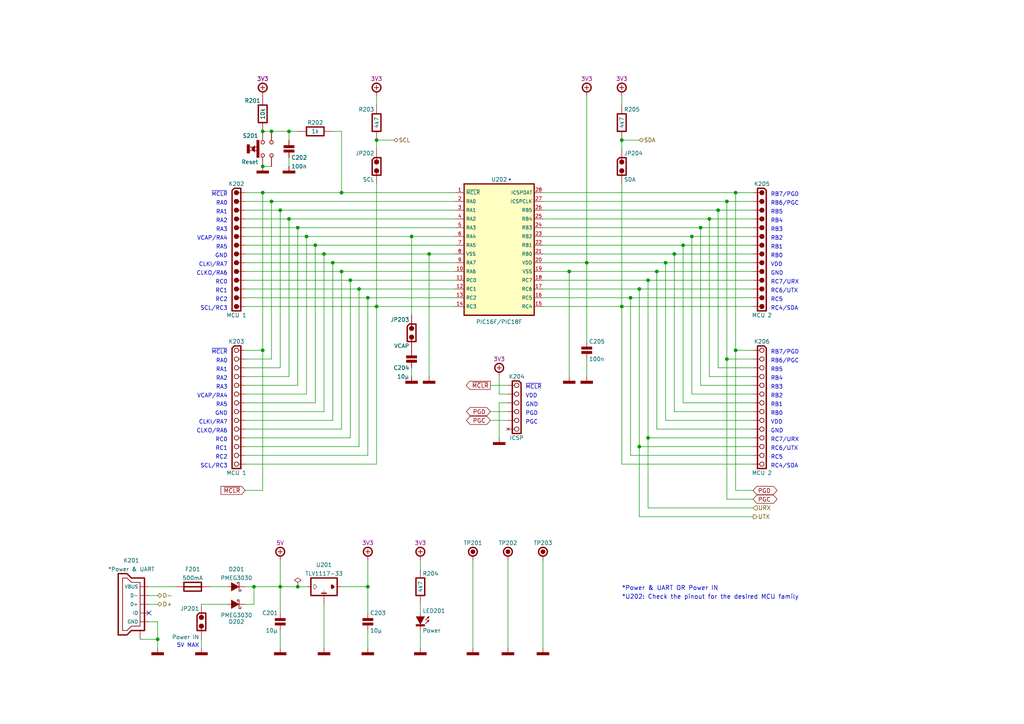
<source format=kicad_sch>
(kicad_sch (version 20250114) (generator "eeschema") (generator_version "9.0")
  (paper "A4")
  (title_block (title "Power & MCU") (date "01/2022") (rev "A") (comment 1 "PIC8-Bit Mini Trainer"))
  (lib_symbols
    (symbol "tronixio:+3V3" (power) (pin_numbers (hide yes)) (pin_names (offset 0) (hide yes))
      (property "Description" "3V3" (at 0 5.08 0))
      (symbol "+3V3_1_1"
        (pin power_in line (at 0 0 90) (length 1.27) (name "~") (number "1"))
      )
    )
    (symbol "tronixio:+5V" (power) (pin_numbers (hide yes)) (pin_names (offset 0) (hide yes))
      (property "Description" "5V" (at 0 5.08 0))
      (symbol "+5V_1_1"
        (pin power_in line (at 0 0 90) (length 1.27) (name "~") (number "1"))
      )
    )
    (symbol "tronixio:ALPS-SKRPAC" (pin_numbers (hide yes)) (pin_names (offset 0) (hide yes))
      (property "Reference" "S" (at 0 6.35 0))
      (property "Value" "SKRPAC" (at 0 -5.08 0))
      (symbol "ALPS-SKRPAC_0_1"
        (pin passive line (at -5.08 0 0) (length 2.54) (name "1") (number "1"))
        (pin passive line (at -5.08 -2.54 0) (length 2.54) (name "2") (number "2"))
        (pin passive line (at 5.08 0 180) (length 2.54) (name "3") (number "3"))
        (pin passive line (at 5.08 -2.54 180) (length 2.54) (name "4") (number "4"))
      )
    )
    (symbol "tronixio:BOURNS-FUSE-MF-NSMF050" (pin_numbers (hide yes)) (pin_names (offset 0) (hide yes))
      (property "Reference" "F" (at 0 2.54 0))
      (property "Value" "500mA" (at 0 -2.54 0))
      (symbol "BOURNS-FUSE-MF-NSMF050_1_1"
        (pin passive line (at -5.08 0 0) (length 2.54) (name "~") (number "1"))
        (pin passive line (at 5.08 0 180) (length 2.54) (name "~") (number "2"))
      )
    )
    (symbol "tronixio:CAPACITOR-1206-100N-50V-5P-X7R" (pin_numbers (hide yes)) (pin_names (offset 0) (hide yes))
      (property "Reference" "C" (at 0.635 2.54 0))
      (property "Value" "100n" (at 0.635 -2.54 0))
      (symbol "CAPACITOR-1206-100N-50V-5P-X7R_1_1"
        (pin passive line (at 0 2.54 270) (length 1.905) (name "~") (number "1"))
        (pin passive line (at 0 -2.54 90) (length 1.905) (name "~") (number "2"))
      )
    )
    (symbol "tronixio:CAPACITOR-1206-10U-25V-5P-X7R" (pin_numbers (hide yes)) (pin_names (offset 0) (hide yes))
      (property "Reference" "C" (at 0.635 2.54 0))
      (property "Value" "10µ" (at 0.635 -2.54 0))
      (symbol "CAPACITOR-1206-10U-25V-5P-X7R_1_1"
        (pin passive line (at 0 2.54 270) (length 1.905) (name "~") (number "1"))
        (pin passive line (at 0 -2.54 90) (length 1.905) (name "~") (number "2"))
      )
    )
    (symbol "tronixio:FCI-USB-TYPE-B-MICRO-TH" (pin_numbers (hide yes)) (pin_names (offset 0.5))
      (property "Reference" "K?" (at 0 12.7 0))
      (property "Value" "USB-MICRO" (at 0 10.16 0))
      (symbol "FCI-USB-TYPE-B-MICRO-TH_1_1"
        (pin passive line (at 2.54 -10.16 90) (length 2.54) (name "SHIELD") (number "SH"))
        (pin power_out line (at 5.08 5.08 180) (length 2.54) (name "VBUS") (number "1"))
        (pin bidirectional line (at 5.08 2.54 180) (length 2.54) (name "D-") (number "2"))
        (pin bidirectional line (at 5.08 0 180) (length 2.54) (name "D+") (number "3"))
        (pin passive line (at 5.08 -2.54 180) (length 2.54) (name "ID") (number "4"))
        (pin power_out line (at 5.08 -5.08 180) (length 2.54) (name "GND") (number "5"))
      )
    )
    (symbol "tronixio:GND" (power) (pin_numbers (hide yes)) (pin_names (offset 0) (hide yes))
      (symbol "GND_1_1"
        (pin power_in line (at 0 0 270) (length 1.27) (name "~") (number "1"))
      )
    )
    (symbol "tronixio:HARWIN-254-F-1X14-VERTICAL" (pin_numbers (hide yes)) (pin_names (offset 0) (hide yes))
      (property "Reference" "K" (at 0 2.54 0))
      (property "Value" "SYMBOL-HEADER-F-1X14" (at 0 -35.56 0))
      (symbol "HARWIN-254-F-1X14-VERTICAL_1_1"
        (pin passive line (at -2.54 0 0) (length 1.905) (name "Pin_1") (number "1"))
        (pin passive line (at -2.54 -2.54 0) (length 1.905) (name "Pin_2") (number "2"))
        (pin passive line (at -2.54 -5.08 0) (length 1.905) (name "Pin_3") (number "3"))
        (pin passive line (at -2.54 -7.62 0) (length 1.905) (name "Pin_4") (number "4"))
        (pin passive line (at -2.54 -10.16 0) (length 1.905) (name "Pin_5") (number "5"))
        (pin passive line (at -2.54 -12.7 0) (length 1.905) (name "Pin_6") (number "6"))
        (pin passive line (at -2.54 -15.24 0) (length 1.905) (name "Pin_7") (number "7"))
        (pin passive line (at -2.54 -17.78 0) (length 1.905) (name "Pin_8") (number "8"))
        (pin passive line (at -2.54 -20.32 0) (length 1.905) (name "Pin_9") (number "9"))
        (pin passive line (at -2.54 -22.86 0) (length 1.905) (name "Pin_10") (number "10"))
        (pin passive line (at -2.54 -25.4 0) (length 1.905) (name "Pin_11") (number "11"))
        (pin passive line (at -2.54 -27.94 0) (length 1.905) (name "Pin_12") (number "12"))
        (pin passive line (at -2.54 -30.48 0) (length 1.905) (name "Pin_13") (number "13"))
        (pin passive line (at -2.54 -33.02 0) (length 1.905) (name "Pin_14") (number "14"))
      )
    )
    (symbol "tronixio:HARWIN-254-M-1X02-JUMPER-VERTICAL" (pin_numbers (hide yes)) (pin_names (offset 0) (hide yes))
      (property "Reference" "JP" (at 2.54 1.27 0))
      (property "Value" "SYMBOL-HEADER-M-1X02" (at 2.54 -1.27 0))
      (symbol "HARWIN-254-M-1X02-JUMPER-VERTICAL_1_1"
        (pin passive line (at 0 5.08 270) (length 3.175) (name "~") (number "1"))
        (pin passive line (at 0 -5.08 90) (length 3.175) (name "~") (number "2"))
      )
    )
    (symbol "tronixio:HARWIN-254-M-1X14-VERTICAL" (pin_numbers (hide yes)) (pin_names (offset 0) (hide yes))
      (property "Reference" "K" (at 0 2.54 0))
      (property "Value" "SYMBOL-HEADER-M-1X14" (at 0 -35.56 0))
      (symbol "HARWIN-254-M-1X14-VERTICAL_1_1"
        (pin passive line (at -2.54 0 0) (length 1.905) (name "Pin_1") (number "1"))
        (pin passive line (at -2.54 -2.54 0) (length 1.905) (name "Pin_2") (number "2"))
        (pin passive line (at -2.54 -5.08 0) (length 1.905) (name "Pin_3") (number "3"))
        (pin passive line (at -2.54 -7.62 0) (length 1.905) (name "Pin_4") (number "4"))
        (pin passive line (at -2.54 -10.16 0) (length 1.905) (name "Pin_5") (number "5"))
        (pin passive line (at -2.54 -12.7 0) (length 1.905) (name "Pin_6") (number "6"))
        (pin passive line (at -2.54 -15.24 0) (length 1.905) (name "Pin_7") (number "7"))
        (pin passive line (at -2.54 -17.78 0) (length 1.905) (name "Pin_8") (number "8"))
        (pin passive line (at -2.54 -20.32 0) (length 1.905) (name "Pin_9") (number "9"))
        (pin passive line (at -2.54 -22.86 0) (length 1.905) (name "Pin_10") (number "10"))
        (pin passive line (at -2.54 -25.4 0) (length 1.905) (name "Pin_11") (number "11"))
        (pin passive line (at -2.54 -27.94 0) (length 1.905) (name "Pin_12") (number "12"))
        (pin passive line (at -2.54 -30.48 0) (length 1.905) (name "Pin_13") (number "13"))
        (pin passive line (at -2.54 -33.02 0) (length 1.905) (name "Pin_14") (number "14"))
      )
    )
    (symbol "tronixio:KEYSTONE-2000-3" (pin_numbers (hide yes)) (pin_names (offset 0) (hide yes))
      (property "Reference" "TP" (at 0 5.08 0))
      (symbol "KEYSTONE-2000-3_1_1"
        (pin passive line (at 0 0 90) (length 1.27) (name "~") (number "1"))
      )
    )
    (symbol "tronixio:KEYSTONE-5006" (pin_numbers (hide yes)) (pin_names (offset 0) (hide yes))
      (property "Reference" "TP" (at 0 5.08 0))
      (symbol "KEYSTONE-5006_1_1"
        (pin passive line (at 0 0 90) (length 1.27) (name "~") (number "1"))
      )
    )
    (symbol "tronixio:KINGBRIGHT-LED-1206-BLUE" (pin_numbers (hide yes)) (pin_names (offset 0) (hide yes))
      (property "Reference" "LED" (at 0 3.81 0))
      (property "Value" "BLUE" (at 0 -2.54 0))
      (symbol "KINGBRIGHT-LED-1206-BLUE_1_1"
        (pin passive line (at -2.54 0 0) (length 1.27) (name "C") (number "1"))
        (pin passive line (at 2.54 0 180) (length 1.27) (name "A") (number "2"))
      )
    )
    (symbol "tronixio:MICROCHIP-ICSP-F-RIGHT-ANGLE-TH" (pin_numbers (hide yes)) (pin_names (offset 0) (hide yes))
      (property "Reference" "K" (at 0 2.54 0))
      (property "Value" "ICSP" (at 0 -15.24 0))
      (symbol "MICROCHIP-ICSP-F-RIGHT-ANGLE-TH_1_1"
        (pin passive line (at -2.54 0 0) (length 1.905) (name "~{MCLR}") (number "6"))
        (pin power_in line (at -2.54 -2.54 0) (length 1.905) (name "VCC") (number "5"))
        (pin power_in line (at -2.54 -5.08 0) (length 1.905) (name "GND") (number "4"))
        (pin bidirectional line (at -2.54 -7.62 0) (length 1.905) (name "PGD") (number "3"))
        (pin output line (at -2.54 -10.16 0) (length 1.905) (name "PGC") (number "2"))
        (pin no_connect line (at -2.54 -12.7 0) (length 1.905) (name "~") (number "1"))
      )
    )
    (symbol "tronixio:MICROCHIP-PIC16F1778-ISP" (pin_names (offset 0.5))
      (property "Reference" "U" (at 2.54 3.81 0))
      (property "Value" "PIC16F1778-ISP" (at 27.94 3.81 0))
      (symbol "MICROCHIP-PIC16F1778-ISP_1_1"
        (pin input line (at 0 0 0) (length 2.54) (name "~{MCLR}") (number "1"))
        (pin bidirectional line (at 0 -2.54 0) (length 2.54) (name "RA0") (number "2"))
        (pin bidirectional line (at 0 -5.08 0) (length 2.54) (name "RA1") (number "3"))
        (pin bidirectional line (at 0 -7.62 0) (length 2.54) (name "RA2") (number "4"))
        (pin bidirectional line (at 0 -10.16 0) (length 2.54) (name "RA3") (number "5"))
        (pin bidirectional line (at 0 -12.7 0) (length 2.54) (name "RA4") (number "6"))
        (pin bidirectional line (at 0 -15.24 0) (length 2.54) (name "RA5") (number "7"))
        (pin power_in line (at 0 -17.78 0) (length 2.54) (name "VSS") (number "8"))
        (pin bidirectional line (at 0 -20.32 0) (length 2.54) (name "RA7") (number "9"))
        (pin bidirectional line (at 0 -22.86 0) (length 2.54) (name "RA6") (number "10"))
        (pin bidirectional line (at 0 -25.4 0) (length 2.54) (name "RC0") (number "11"))
        (pin bidirectional line (at 0 -27.94 0) (length 2.54) (name "RC1") (number "12"))
        (pin bidirectional line (at 0 -30.48 0) (length 2.54) (name "RC2") (number "13"))
        (pin bidirectional line (at 0 -33.02 0) (length 2.54) (name "RC3") (number "14"))
        (pin bidirectional line (at 25.4 0 180) (length 2.54) (name "ICSPDAT") (number "28"))
        (pin input line (at 25.4 -2.54 180) (length 2.54) (name "ICSPCLK") (number "27"))
        (pin bidirectional line (at 25.4 -5.08 180) (length 2.54) (name "RB5") (number "26"))
        (pin bidirectional line (at 25.4 -7.62 180) (length 2.54) (name "RB4") (number "25"))
        (pin bidirectional line (at 25.4 -10.16 180) (length 2.54) (name "RB3") (number "24"))
        (pin bidirectional line (at 25.4 -12.7 180) (length 2.54) (name "RB2") (number "23"))
        (pin bidirectional line (at 25.4 -15.24 180) (length 2.54) (name "RB1") (number "22"))
        (pin bidirectional line (at 25.4 -17.78 180) (length 2.54) (name "RB0") (number "21"))
        (pin power_in line (at 25.4 -20.32 180) (length 2.54) (name "VDD") (number "20"))
        (pin power_in line (at 25.4 -22.86 180) (length 2.54) (name "VSS") (number "19"))
        (pin bidirectional line (at 25.4 -25.4 180) (length 2.54) (name "RC7") (number "18"))
        (pin bidirectional line (at 25.4 -27.94 180) (length 2.54) (name "RC6") (number "17"))
        (pin bidirectional line (at 25.4 -30.48 180) (length 2.54) (name "RC5") (number "16"))
        (pin bidirectional line (at 25.4 -33.02 180) (length 2.54) (name "RC4") (number "15"))
      )
    )
    (symbol "tronixio:NEXPERIA-PMEG3030-SOD" (pin_numbers (hide yes)) (pin_names (offset 0) (hide yes))
      (property "Reference" "D" (at 0 2.54 0))
      (property "Value" "PMEG3030" (at 0 -2.54 0))
      (symbol "NEXPERIA-PMEG3030-SOD_1_1"
        (pin passive line (at -2.54 0 0) (length 1.905) (name "C") (number "1"))
        (pin passive line (at 2.54 0 180) (length 1.27) (name "A") (number "2"))
      )
    )
    (symbol "tronixio:POWER-FLAG" (power) (pin_numbers (hide yes)) (pin_names (offset 0) (hide yes))
      (symbol "POWER-FLAG_0_0"
        (pin power_out line (at 0 0 90) (length 0) (name "pwr") (number "1"))
      )
    )
    (symbol "tronixio:RESISTOR-1206-10K-5P" (pin_numbers (hide yes)) (pin_names (offset 0) (hide yes))
      (property "Reference" "R" (at 0.635 3.81 0))
      (property "Value" "10k" (at 0 0 90))
      (symbol "RESISTOR-1206-10K-5P_1_1"
        (pin passive line (at 0 5.08 270) (length 2.54) (name "~") (number "1"))
        (pin passive line (at 0 -5.08 90) (length 2.54) (name "~") (number "2"))
      )
    )
    (symbol "tronixio:RESISTOR-1206-1K-5P" (pin_numbers (hide yes)) (pin_names (offset 0) (hide yes))
      (property "Reference" "R" (at 0.635 3.81 0))
      (property "Value" "1k" (at 0 0 90))
      (symbol "RESISTOR-1206-1K-5P_1_1"
        (pin passive line (at 0 5.08 270) (length 2.54) (name "~") (number "1"))
        (pin passive line (at 0 -5.08 90) (length 2.54) (name "~") (number "2"))
      )
    )
    (symbol "tronixio:RESISTOR-1206-4K7-5P" (pin_numbers (hide yes)) (pin_names (offset 0) (hide yes))
      (property "Reference" "R" (at 0.635 3.81 0))
      (property "Value" "4k7" (at 0 0 90))
      (symbol "RESISTOR-1206-4K7-5P_1_1"
        (pin passive line (at 0 5.08 270) (length 2.54) (name "~") (number "1"))
        (pin passive line (at 0 -5.08 90) (length 2.54) (name "~") (number "2"))
      )
    )
    (symbol "tronixio:TI-TLV1117-33-SOT-223" (pin_numbers (hide yes)) (pin_names (offset 0) (hide yes))
      (property "Reference" "U" (at 0 6.35 0))
      (property "Value" "TLV1117-33" (at 0 3.81 0))
      (symbol "TI-TLV1117-33-SOT-223_1_1"
        (pin power_in line (at -5.08 0 0) (length 1.27) (name "VIN") (number "3"))
        (pin power_in line (at 0 -5.08 90) (length 2.54) (name "GND") (number "1"))
        (pin power_out line (at 5.08 0 180) (length 1.27) (name "VOUT") (number "2"))
      )
    )
  )
  (text "RC6/UTX" (at 223.52 85.09 0) (effects (font (size 1.15 1.15)) (justify left bottom)))
  (text "*U202: Check the pinout for the desired MCU family" (at 180.34 173.99 0) (effects (font (size 1.27 1.27)) (justify left bottom)))
  (text "GND" (at 66.04 120.65 0) (effects (font (size 1.15 1.15)) (justify right bottom)))
  (text "RB3" (at 223.52 113.03 0) (effects (font (size 1.15 1.15)) (justify left bottom)))
  (text "~{MCLR}" (at 66.04 102.87 0) (effects (font (size 1.15 1.15)) (justify right bottom)))
  (text "VCAP/RA4" (at 66.04 69.85 0) (effects (font (size 1.15 1.15)) (justify right bottom)))
  (text "*Power & UART OR Power IN" (at 180.34 171.45 0) (effects (font (size 1.27 1.27)) (justify left bottom)))
  (text "CLKI/RA7" (at 66.04 77.47 0) (effects (font (size 1.15 1.15)) (justify right bottom)))
  (text "RC5" (at 223.52 133.35 0) (effects (font (size 1.15 1.15)) (justify left bottom)))
  (text "RB6/PGC" (at 223.52 105.41 0) (effects (font (size 1.15 1.15)) (justify left bottom)))
  (text "CLKI/RA7" (at 66.04 123.19 0) (effects (font (size 1.15 1.15)) (justify right bottom)))
  (text "RA2" (at 66.04 110.49 0) (effects (font (size 1.15 1.15)) (justify right bottom)))
  (text "VDD" (at 223.52 77.47 0) (effects (font (size 1.15 1.15)) (justify left bottom)))
  (text "PGC" (at 152.4 123.19 0) (effects (font (size 1.15 1.15)) (justify left bottom)))
  (text "RA3" (at 66.04 67.31 0) (effects (font (size 1.15 1.15)) (justify right bottom)))
  (text "RC0" (at 66.04 128.27 0) (effects (font (size 1.15 1.15)) (justify right bottom)))
  (text "RA0" (at 66.04 59.69 0) (effects (font (size 1.15 1.15)) (justify right bottom)))
  (text "RA2" (at 66.04 64.77 0) (effects (font (size 1.15 1.15)) (justify right bottom)))
  (text "RC1" (at 66.04 130.81 0) (effects (font (size 1.15 1.15)) (justify right bottom)))
  (text "RB6/PGC" (at 223.52 59.69 0) (effects (font (size 1.15 1.15)) (justify left bottom)))
  (text "RB7/PGD" (at 223.52 102.87 0) (effects (font (size 1.15 1.15)) (justify left bottom)))
  (text "RB5" (at 223.52 62.23 0) (effects (font (size 1.15 1.15)) (justify left bottom)))
  (text "RB2" (at 223.52 115.57 0) (effects (font (size 1.15 1.15)) (justify left bottom)))
  (text "RB7/PGD" (at 223.52 57.15 0) (effects (font (size 1.15 1.15)) (justify left bottom)))
  (text "RB5" (at 223.52 107.95 0) (effects (font (size 1.15 1.15)) (justify left bottom)))
  (text "~{MCLR}" (at 66.04 57.15 0) (effects (font (size 1.15 1.15)) (justify right bottom)))
  (text "RA5" (at 66.04 118.11 0) (effects (font (size 1.15 1.15)) (justify right bottom)))
  (text "~{MCLR}" (at 152.4 113.03 0) (effects (font (size 1.15 1.15)) (justify left bottom)))
  (text "RB1" (at 223.52 118.11 0) (effects (font (size 1.15 1.15)) (justify left bottom)))
  (text "RA1" (at 66.04 107.95 0) (effects (font (size 1.15 1.15)) (justify right bottom)))
  (text "GND" (at 152.4 118.11 0) (effects (font (size 1.15 1.15)) (justify left bottom)))
  (text "CLKO/RA6" (at 66.04 80.01 0) (effects (font (size 1.15 1.15)) (justify right bottom)))
  (text "SCL/RC3" (at 66.04 135.89 0) (effects (font (size 1.15 1.15)) (justify right bottom)))
  (text "GND" (at 223.52 80.01 0) (effects (font (size 1.15 1.15)) (justify left bottom)))
  (text "VCAP/RA4" (at 66.04 115.57 0) (effects (font (size 1.15 1.15)) (justify right bottom)))
  (text "VDD" (at 152.4 115.57 0) (effects (font (size 1.15 1.15)) (justify left bottom)))
  (text "CLKO/RA6" (at 66.04 125.73 0) (effects (font (size 1.15 1.15)) (justify right bottom)))
  (text "PGD" (at 152.4 120.65 0) (effects (font (size 1.15 1.15)) (justify left bottom)))
  (text "RB4" (at 223.52 64.77 0) (effects (font (size 1.15 1.15)) (justify left bottom)))
  (text "RA3" (at 66.04 113.03 0) (effects (font (size 1.15 1.15)) (justify right bottom)))
  (text "RA0" (at 66.04 105.41 0) (effects (font (size 1.15 1.15)) (justify right bottom)))
  (text "RB2" (at 223.52 69.85 0) (effects (font (size 1.15 1.15)) (justify left bottom)))
  (text "RA1" (at 66.04 62.23 0) (effects (font (size 1.15 1.15)) (justify right bottom)))
  (text "RB3" (at 223.52 67.31 0) (effects (font (size 1.15 1.15)) (justify left bottom)))
  (text "RC5" (at 223.52 87.63 0) (effects (font (size 1.15 1.15)) (justify left bottom)))
  (text "GND" (at 66.04 74.93 0) (effects (font (size 1.15 1.15)) (justify right bottom)))
  (text "RC7/URX" (at 223.52 128.27 0) (effects (font (size 1.15 1.15)) (justify left bottom)))
  (text "RA5" (at 66.04 72.39 0) (effects (font (size 1.15 1.15)) (justify right bottom)))
  (text "RB0" (at 223.52 120.65 0) (effects (font (size 1.15 1.15)) (justify left bottom)))
  (text "VDD" (at 223.52 123.19 0) (effects (font (size 1.15 1.15)) (justify left bottom)))
  (text "GND" (at 223.52 125.73 0) (effects (font (size 1.15 1.15)) (justify left bottom)))
  (text "RB0" (at 223.52 74.93 0) (effects (font (size 1.15 1.15)) (justify left bottom)))
  (text "5V MAX" (at 57.785 187.96 0) (effects (font (size 1.15 1.15)) (justify right bottom)))
  (text "RC4/SDA" (at 223.52 135.89 0) (effects (font (size 1.15 1.15)) (justify left bottom)))
  (text "RC7/URX" (at 223.52 82.55 0) (effects (font (size 1.15 1.15)) (justify left bottom)))
  (text "RC6/UTX" (at 223.52 130.81 0) (effects (font (size 1.15 1.15)) (justify left bottom)))
  (text "RB4" (at 223.52 110.49 0) (effects (font (size 1.15 1.15)) (justify left bottom)))
  (text "*" (at 147.32 53.34 0) (effects (font (size 1.15 1.15)) (justify left bottom)))
  (text "RC4/SDA" (at 223.52 90.17 0) (effects (font (size 1.15 1.15)) (justify left bottom)))
  (text "RC2" (at 66.04 133.35 0) (effects (font (size 1.15 1.15)) (justify right bottom)))
  (text "RC1" (at 66.04 85.09 0) (effects (font (size 1.15 1.15)) (justify right bottom)))
  (text "RC0" (at 66.04 82.55 0) (effects (font (size 1.15 1.15)) (justify right bottom)))
  (text "RC2" (at 66.04 87.63 0) (effects (font (size 1.15 1.15)) (justify right bottom)))
  (text "RB1" (at 223.52 72.39 0) (effects (font (size 1.15 1.15)) (justify left bottom)))
  (text "SCL/RC3" (at 66.04 90.17 0) (effects (font (size 1.15 1.15)) (justify right bottom)))
  (junction (at 187.96 81.28) (diameter 0.9144))
  (junction (at 106.68 86.36))
  (junction (at 208.28 60.96) (diameter 0.9144))
  (junction (at 78.74 38.1))
  (junction (at 76.2 38.1))
  (junction (at 99.06 55.88))
  (junction (at 200.66 68.58) (diameter 0.9144))
  (junction (at 187.96 127) (diameter 0.9144))
  (junction (at 213.36 101.6) (diameter 0.9144))
  (junction (at 198.12 71.12) (diameter 0.9144))
  (junction (at 93.98 73.66) (diameter 0.9144))
  (junction (at 180.34 88.9) (diameter 0.9144))
  (junction (at 73.66 170.18))
  (junction (at 83.82 38.1) (diameter 0.9144))
  (junction (at 76.2 48.26))
  (junction (at 86.36 66.04) (diameter 0.9144))
  (junction (at 106.68 170.18) (diameter 0.9144))
  (junction (at 193.04 76.2) (diameter 0.9144))
  (junction (at 210.82 58.42) (diameter 0.9144))
  (junction (at 104.14 83.82))
  (junction (at 78.74 58.42) (diameter 0.9144))
  (junction (at 91.44 71.12))
  (junction (at 45.72 185.42))
  (junction (at 81.28 170.18) (diameter 0.9144))
  (junction (at 180.34 40.64))
  (junction (at 165.1 78.74) (diameter 0.9144))
  (junction (at 96.52 76.2))
  (junction (at 190.5 78.74) (diameter 0.9144))
  (junction (at 185.42 129.54) (diameter 0.9144))
  (junction (at 213.36 55.88) (diameter 0.9144))
  (junction (at 205.74 63.5) (diameter 0.9144))
  (junction (at 119.38 68.58))
  (junction (at 101.6 81.28))
  (junction (at 86.36 170.18))
  (junction (at 99.06 78.74))
  (junction (at 76.2 55.88) (diameter 0.9144))
  (junction (at 170.18 76.2) (diameter 0.9144))
  (junction (at 83.82 63.5) (diameter 0.9144))
  (junction (at 81.28 60.96) (diameter 0.9144))
  (junction (at 76.2 101.6) (diameter 0.9144))
  (junction (at 185.42 83.82) (diameter 0.9144))
  (junction (at 124.46 73.66))
  (junction (at 109.22 88.9) (diameter 0.9144))
  (junction (at 109.22 40.64) (diameter 0.9144))
  (junction (at 203.2 66.04) (diameter 0.9144))
  (junction (at 195.58 73.66) (diameter 0.9144))
  (junction (at 88.9 68.58) (diameter 0.9144))
  (junction (at 210.82 104.14) (diameter 0.9144))
  (junction (at 182.88 86.36) (diameter 0.9144))
  (no_connect (at 43.18 177.8))
  (wire (pts (xy 157.48 63.5) (xy 205.74 63.5)))
  (wire (pts (xy 190.5 78.74) (xy 190.5 124.46)))
  (wire (pts (xy 142.24 111.76) (xy 147.32 111.76)))
  (wire (pts (xy 40.64 185.42) (xy 45.72 185.42)))
  (wire (pts (xy 198.12 116.84) (xy 218.44 116.84)))
  (wire (pts (xy 86.36 66.04) (xy 86.36 111.76)))
  (wire (pts (xy 124.46 73.66) (xy 132.08 73.66)))
  (wire (pts (xy 180.34 53.34) (xy 180.34 88.9)))
  (wire (pts (xy 58.42 185.42) (xy 58.42 187.96)))
  (wire (pts (xy 96.52 76.2) (xy 96.52 121.92)))
  (wire (pts (xy 218.44 63.5) (xy 205.74 63.5)))
  (wire (pts (xy 83.82 38.1) (xy 78.74 38.1)))
  (wire (pts (xy 190.5 124.46) (xy 218.44 124.46)))
  (wire (pts (xy 185.42 83.82) (xy 185.42 129.54)))
  (wire (pts (xy 190.5 78.74) (xy 165.1 78.74)))
  (wire (pts (xy 218.44 78.74) (xy 190.5 78.74)))
  (wire (pts (xy 71.12 68.58) (xy 88.9 68.58)))
  (wire (pts (xy 71.12 114.3) (xy 88.9 114.3)))
  (wire (pts (xy 101.6 81.28) (xy 101.6 127)))
  (wire (pts (xy 213.36 142.24) (xy 213.36 101.6)))
  (wire (pts (xy 218.44 142.24) (xy 213.36 142.24)))
  (wire (pts (xy 187.96 81.28) (xy 187.96 127)))
  (wire (pts (xy 144.78 116.84) (xy 144.78 127)))
  (wire (pts (xy 147.32 116.84) (xy 144.78 116.84)))
  (wire (pts (xy 71.12 88.9) (xy 109.22 88.9)))
  (wire (pts (xy 93.98 73.66) (xy 93.98 119.38)))
  (wire (pts (xy 121.92 182.88) (xy 121.92 187.96)))
  (wire (pts (xy 119.38 68.58) (xy 119.38 91.44)))
  (wire (pts (xy 88.9 68.58) (xy 119.38 68.58)))
  (wire (pts (xy 106.68 170.18) (xy 106.68 162.56)))
  (wire (pts (xy 109.22 40.64) (xy 114.3 40.64)))
  (wire (pts (xy 99.06 78.74) (xy 99.06 124.46)))
  (wire (pts (xy 109.22 88.9) (xy 109.22 134.62)))
  (wire (pts (xy 71.12 121.92) (xy 96.52 121.92)))
  (wire (pts (xy 99.06 78.74) (xy 132.08 78.74)))
  (wire (pts (xy 142.24 121.92) (xy 147.32 121.92)))
  (wire (pts (xy 45.72 185.42) (xy 45.72 187.96)))
  (wire (pts (xy 71.12 109.22) (xy 83.82 109.22)))
  (wire (pts (xy 208.28 60.96) (xy 218.44 60.96)))
  (wire (pts (xy 109.22 40.64) (xy 109.22 43.18)))
  (wire (pts (xy 218.44 73.66) (xy 195.58 73.66)))
  (wire (pts (xy 157.48 162.56) (xy 157.48 187.96)))
  (wire (pts (xy 71.12 101.6) (xy 76.2 101.6)))
  (wire (pts (xy 180.34 40.64) (xy 185.42 40.64)))
  (wire (pts (xy 203.2 66.04) (xy 203.2 111.76)))
  (wire (pts (xy 71.12 66.04) (xy 86.36 66.04)))
  (wire (pts (xy 86.36 66.04) (xy 132.08 66.04)))
  (wire (pts (xy 93.98 175.26) (xy 93.98 187.96)))
  (wire (pts (xy 71.12 60.96) (xy 81.28 60.96)))
  (wire (pts (xy 81.28 60.96) (xy 132.08 60.96)))
  (wire (pts (xy 200.66 114.3) (xy 218.44 114.3)))
  (wire (pts (xy 43.18 180.34) (xy 45.72 180.34)))
  (wire (pts (xy 71.12 58.42) (xy 78.74 58.42)))
  (wire (pts (xy 78.74 58.42) (xy 132.08 58.42)))
  (wire (pts (xy 93.98 73.66) (xy 124.46 73.66)))
  (wire (pts (xy 218.44 58.42) (xy 210.82 58.42)))
  (wire (pts (xy 182.88 86.36) (xy 182.88 132.08)))
  (wire (pts (xy 218.44 83.82) (xy 185.42 83.82)))
  (wire (pts (xy 71.12 83.82) (xy 104.14 83.82)))
  (wire (pts (xy 43.18 172.72) (xy 45.72 172.72)))
  (wire (pts (xy 185.42 129.54) (xy 218.44 129.54)))
  (wire (pts (xy 124.46 73.66) (xy 124.46 109.22)))
  (wire (pts (xy 88.9 68.58) (xy 88.9 114.3)))
  (wire (pts (xy 218.44 86.36) (xy 182.88 86.36)))
  (wire (pts (xy 71.12 76.2) (xy 96.52 76.2)))
  (wire (pts (xy 71.12 63.5) (xy 83.82 63.5)))
  (wire (pts (xy 83.82 63.5) (xy 132.08 63.5)))
  (wire (pts (xy 83.82 45.72) (xy 83.82 48.26)))
  (wire (pts (xy 104.14 83.82) (xy 132.08 83.82)))
  (wire (pts (xy 218.44 81.28) (xy 187.96 81.28)))
  (wire (pts (xy 218.44 68.58) (xy 200.66 68.58)))
  (wire (pts (xy 76.2 48.26) (xy 78.74 48.26)))
  (wire (pts (xy 157.48 73.66) (xy 195.58 73.66)))
  (wire (pts (xy 71.12 132.08) (xy 106.68 132.08)))
  (wire (pts (xy 109.22 27.94) (xy 109.22 30.48)))
  (wire (pts (xy 71.12 119.38) (xy 93.98 119.38)))
  (wire (pts (xy 73.66 170.18) (xy 73.66 175.26)))
  (wire (pts (xy 144.78 114.3) (xy 144.78 109.22)))
  (wire (pts (xy 147.32 114.3) (xy 144.78 114.3)))
  (wire (pts (xy 71.12 142.24) (xy 76.2 142.24)))
  (wire (pts (xy 76.2 142.24) (xy 76.2 101.6)))
  (wire (pts (xy 195.58 73.66) (xy 195.58 119.38)))
  (wire (pts (xy 200.66 68.58) (xy 200.66 114.3)))
  (wire (pts (xy 185.42 149.86) (xy 185.42 129.54)))
  (wire (pts (xy 218.44 149.86) (xy 185.42 149.86)))
  (wire (pts (xy 187.96 147.32) (xy 187.96 127)))
  (wire (pts (xy 218.44 147.32) (xy 187.96 147.32)))
  (wire (pts (xy 96.52 76.2) (xy 132.08 76.2)))
  (wire (pts (xy 137.16 162.56) (xy 137.16 187.96)))
  (wire (pts (xy 71.12 78.74) (xy 99.06 78.74)))
  (wire (pts (xy 106.68 86.36) (xy 106.68 132.08)))
  (wire (pts (xy 86.36 38.1) (xy 83.82 38.1)))
  (wire (pts (xy 210.82 144.78) (xy 210.82 104.14)))
  (wire (pts (xy 218.44 144.78) (xy 210.82 144.78)))
  (wire (pts (xy 76.2 38.1) (xy 78.74 38.1)))
  (wire (pts (xy 58.42 175.26) (xy 66.04 175.26)))
  (wire (pts (xy 157.48 68.58) (xy 200.66 68.58)))
  (wire (pts (xy 180.34 27.94) (xy 180.34 30.48)))
  (wire (pts (xy 73.66 170.18) (xy 81.28 170.18)))
  (wire (pts (xy 198.12 71.12) (xy 198.12 116.84)))
  (wire (pts (xy 157.48 76.2) (xy 170.18 76.2)))
  (wire (pts (xy 99.06 170.18) (xy 106.68 170.18)))
  (wire (pts (xy 71.12 55.88) (xy 76.2 55.88)))
  (wire (pts (xy 76.2 55.88) (xy 99.06 55.88)))
  (wire (pts (xy 99.06 55.88) (xy 132.08 55.88)))
  (wire (pts (xy 157.48 60.96) (xy 208.28 60.96)))
  (wire (pts (xy 121.92 162.56) (xy 121.92 165.1)))
  (wire (pts (xy 106.68 182.88) (xy 106.68 187.96)))
  (wire (pts (xy 71.12 134.62) (xy 109.22 134.62)))
  (wire (pts (xy 210.82 104.14) (xy 218.44 104.14)))
  (wire (pts (xy 218.44 71.12) (xy 198.12 71.12)))
  (wire (pts (xy 218.44 55.88) (xy 213.36 55.88)))
  (wire (pts (xy 81.28 170.18) (xy 86.36 170.18)))
  (wire (pts (xy 60.96 170.18) (xy 66.04 170.18)))
  (wire (pts (xy 45.72 180.34) (xy 45.72 185.42)))
  (wire (pts (xy 142.24 119.38) (xy 147.32 119.38)))
  (wire (pts (xy 71.12 111.76) (xy 86.36 111.76)))
  (wire (pts (xy 180.34 43.18) (xy 180.34 40.64)))
  (wire (pts (xy 104.14 83.82) (xy 104.14 129.54)))
  (wire (pts (xy 81.28 162.56) (xy 81.28 170.18)))
  (wire (pts (xy 157.48 58.42) (xy 210.82 58.42)))
  (wire (pts (xy 208.28 106.68) (xy 218.44 106.68)))
  (wire (pts (xy 193.04 76.2) (xy 193.04 121.92)))
  (wire (pts (xy 71.12 116.84) (xy 91.44 116.84)))
  (wire (pts (xy 119.38 106.68) (xy 119.38 109.22)))
  (wire (pts (xy 96.52 38.1) (xy 99.06 38.1)))
  (wire (pts (xy 99.06 38.1) (xy 99.06 55.88)))
  (wire (pts (xy 157.48 88.9) (xy 180.34 88.9)))
  (wire (pts (xy 71.12 127) (xy 101.6 127)))
  (wire (pts (xy 71.12 175.26) (xy 73.66 175.26)))
  (wire (pts (xy 213.36 101.6) (xy 218.44 101.6)))
  (wire (pts (xy 208.28 106.68) (xy 208.28 60.96)))
  (wire (pts (xy 205.74 109.22) (xy 218.44 109.22)))
  (wire (pts (xy 76.2 55.88) (xy 76.2 101.6)))
  (wire (pts (xy 157.48 71.12) (xy 198.12 71.12)))
  (wire (pts (xy 109.22 88.9) (xy 132.08 88.9)))
  (wire (pts (xy 43.18 175.26) (xy 45.72 175.26)))
  (wire (pts (xy 81.28 170.18) (xy 81.28 177.8)))
  (wire (pts (xy 109.22 53.34) (xy 109.22 88.9)))
  (wire (pts (xy 193.04 76.2) (xy 170.18 76.2)))
  (wire (pts (xy 218.44 76.2) (xy 193.04 76.2)))
  (wire (pts (xy 71.12 81.28) (xy 101.6 81.28)))
  (wire (pts (xy 213.36 55.88) (xy 213.36 101.6)))
  (wire (pts (xy 147.32 162.56) (xy 147.32 187.96)))
  (wire (pts (xy 165.1 78.74) (xy 165.1 109.22)))
  (wire (pts (xy 157.48 55.88) (xy 213.36 55.88)))
  (wire (pts (xy 180.34 134.62) (xy 218.44 134.62)))
  (wire (pts (xy 205.74 63.5) (xy 205.74 109.22)))
  (wire (pts (xy 157.48 66.04) (xy 203.2 66.04)))
  (wire (pts (xy 71.12 73.66) (xy 93.98 73.66)))
  (wire (pts (xy 121.92 175.26) (xy 121.92 177.8)))
  (wire (pts (xy 71.12 86.36) (xy 106.68 86.36)))
  (wire (pts (xy 119.38 68.58) (xy 132.08 68.58)))
  (wire (pts (xy 71.12 170.18) (xy 73.66 170.18)))
  (wire (pts (xy 195.58 119.38) (xy 218.44 119.38)))
  (wire (pts (xy 218.44 66.04) (xy 203.2 66.04)))
  (wire (pts (xy 106.68 86.36) (xy 132.08 86.36)))
  (wire (pts (xy 81.28 60.96) (xy 81.28 106.68)))
  (wire (pts (xy 170.18 76.2) (xy 170.18 99.06)))
  (wire (pts (xy 91.44 71.12) (xy 132.08 71.12)))
  (wire (pts (xy 170.18 104.14) (xy 170.18 109.22)))
  (wire (pts (xy 83.82 38.1) (xy 83.82 40.64)))
  (wire (pts (xy 157.48 83.82) (xy 185.42 83.82)))
  (wire (pts (xy 71.12 106.68) (xy 81.28 106.68)))
  (wire (pts (xy 157.48 86.36) (xy 182.88 86.36)))
  (wire (pts (xy 157.48 81.28) (xy 187.96 81.28)))
  (wire (pts (xy 86.36 170.18) (xy 88.9 170.18)))
  (wire (pts (xy 157.48 78.74) (xy 165.1 78.74)))
  (wire (pts (xy 187.96 127) (xy 218.44 127)))
  (wire (pts (xy 203.2 111.76) (xy 218.44 111.76)))
  (wire (pts (xy 83.82 63.5) (xy 83.82 109.22)))
  (wire (pts (xy 91.44 71.12) (xy 91.44 116.84)))
  (wire (pts (xy 101.6 81.28) (xy 132.08 81.28)))
  (wire (pts (xy 71.12 129.54) (xy 104.14 129.54)))
  (wire (pts (xy 106.68 170.18) (xy 106.68 177.8)))
  (wire (pts (xy 218.44 88.9) (xy 180.34 88.9)))
  (wire (pts (xy 71.12 124.46) (xy 99.06 124.46)))
  (wire (pts (xy 43.18 170.18) (xy 50.8 170.18)))
  (wire (pts (xy 170.18 27.94) (xy 170.18 76.2)))
  (wire (pts (xy 81.28 182.88) (xy 81.28 187.96)))
  (wire (pts (xy 182.88 132.08) (xy 218.44 132.08)))
  (wire (pts (xy 210.82 58.42) (xy 210.82 104.14)))
  (wire (pts (xy 71.12 71.12) (xy 91.44 71.12)))
  (wire (pts (xy 78.74 58.42) (xy 78.74 104.14)))
  (wire (pts (xy 193.04 121.92) (xy 218.44 121.92)))
  (wire (pts (xy 71.12 104.14) (xy 78.74 104.14)))
  (wire (pts (xy 180.34 88.9) (xy 180.34 134.62)))
  (global_label "PGD" (shape bidirectional) (at 218.44 142.24 0) (effects (font (size 1.2 1.2))) (property "Intersheetrefs" "${INTERSHEET_REFS}" (effects (hide yes))))
  (global_label "PGC" (shape bidirectional) (at 218.44 144.78 0) (effects (font (size 1.2 1.2))) (property "Intersheetrefs" "${INTERSHEET_REFS}" (effects (hide yes))))
  (global_label "~{MCLR}" (shape output) (at 142.24 111.76 180) (effects (font (size 1.2 1.2))) (property "Intersheetrefs" "${INTERSHEET_REFS}" (effects (hide yes))))
  (global_label "~{MCLR}" (shape input) (at 71.12 142.24 180) (effects (font (size 1.2 1.2))) (property "Intersheetrefs" "${INTERSHEET_REFS}" (effects (hide yes))))
  (global_label "PGC" (shape bidirectional) (at 142.24 121.92 180) (effects (font (size 1.2 1.2))) (property "Intersheetrefs" "${INTERSHEET_REFS}" (effects (hide yes))))
  (global_label "PGD" (shape bidirectional) (at 142.24 119.38 180) (effects (font (size 1.2 1.2))) (property "Intersheetrefs" "${INTERSHEET_REFS}" (effects (hide yes))))
  (hierarchical_label "SCL" (shape bidirectional) (at 114.3 40.64 0) (effects (font (size 1.15 1.15))))
  (hierarchical_label "URX" (shape input) (at 218.44 147.32 0) (effects (font (size 1.2 1.2))))
  (hierarchical_label "UTX" (shape output) (at 218.44 149.86 0) (effects (font (size 1.2 1.2))))
  (hierarchical_label "SDA" (shape bidirectional) (at 185.42 40.64 0) (effects (font (size 1.15 1.15))))
  (hierarchical_label "D+" (shape bidirectional) (at 45.72 175.26 0) (effects (font (size 1.2 1.2))))
  (hierarchical_label "D-" (shape bidirectional) (at 45.72 172.72 0) (effects (font (size 1.2 1.2))))
  (symbol (lib_id "tronixio:+3V3") (at 121.92 162.56 0) (unit 1)
    (property "Reference" "#PWR0214" (effects (hide yes)))
    (property "Value" "POWER-+3V3" (effects (hide yes)))
    (property "Description" "3V3" (at 121.92 157.48 0) (effects (font (size 1.15 1.15))))
  )
  (symbol (lib_id "tronixio:TI-TLV1117-33-SOT-223") (at 93.98 170.18 0) (unit 1)
    (property "Reference" "U201" (at 93.98 163.83 0) (effects (font (size 1.15 1.15))))
    (property "Value" "TLV1117-33" (at 93.98 166.37 0) (effects (font (size 1.15 1.15))))
    (property "Footprint" "tronixio:SOT-223-3-TABPIN2" (effects (hide yes)))
    (property "Datasheet" "http://www.ti.com/lit/ds/symlink/tlv1117.pdf" (effects (hide yes)))
    (property "Description" "Adjustable and Fixed Low-Dropout Voltage Regulator" (effects (hide yes)))
    (property "Mouser" "595-TLV1117-33CDC" (effects (hide yes)))
  )
  (symbol (lib_id "tronixio:GND") (at 106.68 187.96 0) (unit 1)
    (property "Reference" "#PWR0211" (effects (hide yes)))
    (property "Value" "POWER-GND" (effects (hide yes)))
    (property "Description" "GND" (effects (hide yes)))
  )
  (symbol (lib_id "tronixio:KEYSTONE-5006") (at 137.16 162.56 0) (unit 1)
    (property "Reference" "TP201" (at 137.16 157.48 0) (effects (font (size 1.15 1.15))))
    (property "Value" "KEYSTONE-5006" (effects (hide yes)))
    (property "Footprint" "tronixio:KEYSTONE-5006" (effects (hide yes)))
    (property "Datasheet" "https://www.keyelco.com/product.cfm/product_id/1315" (effects (hide yes)))
    (property "Mouser" "534-5006" (effects (hide yes)))
  )
  (symbol (lib_id "tronixio:HARWIN-254-M-1X02-JUMPER-VERTICAL") (at 119.38 96.52 0) (mirror y) (unit 1)
    (property "Reference" "JP203" (at 118.745 92.71 0) (effects (font (size 1.15 1.15)) (justify left)))
    (property "Value" "VCAP" (at 118.745 100.33 0) (effects (font (size 1.15 1.15)) (justify left)))
    (property "Footprint" "tronixio:HARWIN-M20-999024x" (effects (hide yes)))
    (property "Datasheet" "https://www.harwin.com/products/M20-9990246/" (effects (hide yes)))
    (property "Description" "M20 Series - 2.54mm Pitch PCB Connector" (effects (hide yes)))
    (property "Mouser" "855-M20-999024" (effects (hide yes)))
  )
  (symbol (lib_id "tronixio:CAPACITOR-1206-10U-25V-5P-X7R") (at 119.38 104.14 0) (unit 1)
    (property "Reference" "C204" (at 118.745 106.68 0) (effects (font (size 1.15 1.15)) (justify right)))
    (property "Value" "10µ" (at 118.745 109.22 0) (effects (font (size 1.15 1.15)) (justify right)))
    (property "Footprint" "tronixio:CAPACITOR-SMD-1206" (effects (hide yes)))
    (property "Description" "Unpolarized Capacitor" (effects (hide yes)))
    (property "Tolerance" "5%" (effects (hide yes)))
    (property "Mouser" "80-C1206C106J3R" (effects (hide yes)))
    (property "Voltage" "25V" (effects (hide yes)))
  )
  (symbol (lib_id "tronixio:GND") (at 121.92 187.96 0) (unit 1)
    (property "Reference" "#PWR0215" (effects (hide yes)))
    (property "Value" "POWER-GND" (effects (hide yes)))
    (property "Description" "GND" (effects (hide yes)))
  )
  (symbol (lib_id "tronixio:GND") (at 165.1 109.22 0) (unit 1)
    (property "Reference" "#PWR0220" (effects (hide yes)))
    (property "Value" "POWER-GND" (effects (hide yes)))
    (property "Description" "GND" (effects (hide yes)))
  )
  (symbol (lib_id "tronixio:GND") (at 76.2 48.26 0) (mirror y) (unit 1)
    (property "Reference" "#PWR0204" (effects (hide yes)))
    (property "Value" "POWER-GND" (effects (hide yes)))
    (property "Description" "GND" (effects (hide yes)))
  )
  (symbol (lib_id "tronixio:+3V3") (at 170.18 27.94 0) (unit 1)
    (property "Reference" "#PWR0221" (effects (hide yes)))
    (property "Value" "POWER-+3V3" (effects (hide yes)))
    (property "Description" "3V3" (at 170.18 22.86 0) (effects (font (size 1.15 1.15))))
  )
  (symbol (lib_id "tronixio:+3V3") (at 144.78 109.22 0) (unit 1)
    (property "Reference" "#PWR0216" (effects (hide yes)))
    (property "Value" "POWER-+3V3" (effects (hide yes)))
    (property "Description" "3V3" (at 144.78 104.14 0) (effects (font (size 1.15 1.15))))
  )
  (symbol (lib_id "tronixio:HARWIN-254-M-1X14-VERTICAL") (at 68.58 55.88 0) (mirror y) (unit 1)
    (property "Reference" "K202" (at 68.58 53.34 0) (effects (font (size 1.15 1.15))))
    (property "Value" "MCU 1" (at 68.58 91.44 0) (effects (font (size 1.15 1.15))))
    (property "Footprint" "tronixio:HARWIN-M20-999144x" (effects (hide yes)))
    (property "Datasheet" "https://www.harwin.com/products/M20-9991446/" (effects (hide yes)))
    (property "Description" "M20 Series - 2.54mm Pitch PCB Connector" (effects (hide yes)))
    (property "Mouser" "855-M20-999144" (effects (hide yes)))
  )
  (symbol (lib_id "tronixio:KEYSTONE-5006") (at 147.32 162.56 0) (unit 1)
    (property "Reference" "TP202" (at 147.32 157.48 0) (effects (font (size 1.15 1.15))))
    (property "Value" "KEYSTONE-5006" (effects (hide yes)))
    (property "Footprint" "tronixio:KEYSTONE-5006" (effects (hide yes)))
    (property "Datasheet" "https://www.keyelco.com/product.cfm/product_id/1315" (effects (hide yes)))
    (property "Mouser" "534-5006" (effects (hide yes)))
  )
  (symbol (lib_id "tronixio:NEXPERIA-PMEG3030-SOD") (at 68.58 175.26 180) (unit 1)
    (property "Reference" "D202" (at 68.58 180.34 0) (effects (font (size 1.15 1.15))))
    (property "Value" "PMEG3030" (at 68.58 178.435 0) (effects (font (size 1.15 1.15))))
    (property "Footprint" "tronixio:SOD-128" (effects (hide yes)))
    (property "Datasheet" "https://www.nexperia.com/product/PMEG3030EP" (effects (hide yes)))
    (property "Description" "Diode Schottky" (effects (hide yes)))
    (property "Mouser" "771-PMEG3030EP115" (effects (hide yes)))
    (property "Part Marking" "A5" (effects (hide yes)))
  )
  (symbol (lib_id "tronixio:HARWIN-254-F-1X14-VERTICAL") (at 68.58 101.6 0) (mirror y) (unit 1)
    (property "Reference" "K203" (at 68.58 99.06 0) (effects (font (size 1.15 1.15))))
    (property "Value" "MCU 1" (at 68.58 137.16 0) (effects (font (size 1.15 1.15))))
    (property "Footprint" "tronixio:HARWIN-M20-782144x" (effects (hide yes)))
    (property "Datasheet" "https://www.harwin.com/products/M20-7821446/" (effects (hide yes)))
    (property "Description" "M20 Series - 2.54mm Pitch PCB Connector" (effects (hide yes)))
    (property "Mouser" "855-M20-782144" (effects (hide yes)))
  )
  (symbol (lib_id "tronixio:GND") (at 147.32 187.96 0) (unit 1)
    (property "Reference" "#PWR0219" (effects (hide yes)))
    (property "Value" "POWER-GND" (effects (hide yes)))
    (property "Description" "GND" (effects (hide yes)))
  )
  (symbol (lib_id "tronixio:CAPACITOR-1206-10U-25V-5P-X7R") (at 81.28 180.34 0) (unit 1)
    (property "Reference" "C201" (at 80.645 177.8 0) (effects (font (size 1.15 1.15)) (justify right)))
    (property "Value" "10µ" (at 80.645 182.88 0) (effects (font (size 1.15 1.15)) (justify right)))
    (property "Footprint" "tronixio:CAPACITOR-SMD-1206" (effects (hide yes)))
    (property "Description" "Unpolarized Capacitor" (effects (hide yes)))
    (property "Tolerance" "5%" (effects (hide yes)))
    (property "Mouser" "80-C1206C106J3R" (effects (hide yes)))
    (property "Voltage" "25V" (effects (hide yes)))
  )
  (symbol (lib_id "tronixio:GND") (at 170.18 109.22 0) (unit 1)
    (property "Reference" "#PWR0222" (effects (hide yes)))
    (property "Value" "POWER-GND" (effects (hide yes)))
    (property "Description" "GND" (effects (hide yes)))
  )
  (symbol (lib_id "tronixio:CAPACITOR-1206-100N-50V-5P-X7R") (at 170.18 101.6 0) (unit 1)
    (property "Reference" "C205" (at 170.815 99.06 0) (effects (font (size 1.15 1.15)) (justify left)))
    (property "Value" "100n" (at 170.815 104.14 0) (effects (font (size 1.15 1.15)) (justify left)))
    (property "Footprint" "tronixio:CAPACITOR-SMD-1206" (effects (hide yes)))
    (property "Description" "Unpolarized Capacitor" (effects (hide yes)))
    (property "Voltage" "50V" (effects (hide yes)))
    (property "Tolerance" "5%" (effects (hide yes)))
    (property "Mouser" "80-C1206C104J5R" (effects (hide yes)))
  )
  (symbol (lib_id "tronixio:GND") (at 137.16 187.96 0) (unit 1)
    (property "Reference" "#PWR0218" (effects (hide yes)))
    (property "Value" "POWER-GND" (effects (hide yes)))
    (property "Description" "GND" (effects (hide yes)))
  )
  (symbol (lib_id "tronixio:HARWIN-254-M-1X02-JUMPER-VERTICAL") (at 58.42 180.34 0) (mirror y) (unit 1)
    (property "Reference" "JP201" (at 57.785 176.53 0) (effects (font (size 1.15 1.15)) (justify left)))
    (property "Value" "Power IN" (at 57.785 184.785 0) (effects (font (size 1.15 1.15)) (justify left)))
    (property "Footprint" "tronixio:HARWIN-M20-999024x" (effects (hide yes)))
    (property "Datasheet" "https://www.harwin.com/products/M20-9990246/" (effects (hide yes)))
    (property "Description" "M20 Series - 2.54mm Pitch PCB Connector" (effects (hide yes)))
    (property "Mouser" "855-M20-999024" (effects (hide yes)))
  )
  (symbol (lib_id "tronixio:CAPACITOR-1206-10U-25V-5P-X7R") (at 106.68 180.34 0) (unit 1)
    (property "Reference" "C203" (at 107.315 177.8 0) (effects (font (size 1.15 1.15)) (justify left)))
    (property "Value" "10µ" (at 107.315 182.88 0) (effects (font (size 1.15 1.15)) (justify left)))
    (property "Footprint" "tronixio:CAPACITOR-SMD-1206" (effects (hide yes)))
    (property "Description" "Unpolarized Capacitor" (effects (hide yes)))
    (property "Tolerance" "5%" (effects (hide yes)))
    (property "Mouser" "80-C1206C106J3R" (effects (hide yes)))
    (property "Voltage" "25V" (effects (hide yes)))
  )
  (symbol (lib_id "tronixio:GND") (at 157.48 187.96 0) (unit 1)
    (property "Reference" "#PWR0102" (effects (hide yes)))
    (property "Value" "POWER-GND" (effects (hide yes)))
    (property "Description" "GND" (effects (hide yes)))
  )
  (symbol (lib_id "tronixio:GND") (at 93.98 187.96 0) (unit 1)
    (property "Reference" "#PWR0208" (effects (hide yes)))
    (property "Value" "POWER-GND" (effects (hide yes)))
    (property "Description" "GND" (effects (hide yes)))
  )
  (symbol (lib_id "tronixio:+3V3") (at 109.22 27.94 0) (unit 1)
    (property "Reference" "#PWR0209" (effects (hide yes)))
    (property "Value" "POWER-+3V3" (effects (hide yes)))
    (property "Description" "3V3" (at 109.22 22.86 0) (effects (font (size 1.15 1.15))))
  )
  (symbol (lib_id "tronixio:+3V3") (at 76.2 27.94 0) (mirror y) (unit 1)
    (property "Reference" "#PWR0203" (effects (hide yes)))
    (property "Value" "POWER-+3V3" (effects (hide yes)))
    (property "Description" "3V3" (at 76.2 22.86 0) (effects (font (size 1.15 1.15))))
  )
  (symbol (lib_id "tronixio:GND") (at 58.42 187.96 0) (unit 1)
    (property "Reference" "#PWR0202" (effects (hide yes)))
    (property "Value" "POWER-GND" (effects (hide yes)))
    (property "Description" "GND" (effects (hide yes)))
  )
  (symbol (lib_id "tronixio:POWER-FLAG") (at 86.36 170.18 0) (unit 1)
    (property "Reference" "#FLG0101" (effects (hide yes)))
    (property "Value" "POWER-FLAG" (effects (hide yes)))
    (property "Description" "Special symbol for telling ERC where power comes from" (effects (hide yes)))
  )
  (symbol (lib_id "tronixio:KEYSTONE-2000-3") (at 157.48 162.56 0) (unit 1)
    (property "Reference" "TP203" (at 157.48 157.48 0) (effects (font (size 1.15 1.15))))
    (property "Value" "KEYSTONE-2000-3" (effects (hide yes)))
    (property "Footprint" "tronixio:KEYSTONE-2000-3" (effects (hide yes)))
    (property "Datasheet" "https://www.keyelco.com/product.cfm/product_id/3037" (effects (hide yes)))
    (property "Mouser" "534-2000-3" (effects (hide yes)))
  )
  (symbol (lib_id "tronixio:HARWIN-254-M-1X02-JUMPER-VERTICAL") (at 180.34 48.26 0) (mirror y) (unit 1)
    (property "Reference" "JP204" (at 180.975 44.45 0) (effects (font (size 1.15 1.15)) (justify right)))
    (property "Value" "SDA" (at 180.975 52.07 0) (effects (font (size 1.15 1.15)) (justify right)))
    (property "Footprint" "tronixio:HARWIN-M20-999024x" (effects (hide yes)))
    (property "Datasheet" "https://www.harwin.com/products/M20-9990246/" (effects (hide yes)))
    (property "Description" "M20 Series - 2.54mm Pitch PCB Connector" (effects (hide yes)))
    (property "Mouser" "855-M20-999024" (effects (hide yes)))
  )
  (symbol (lib_id "tronixio:RESISTOR-1206-1K-5P") (at 91.44 38.1 270) (unit 1)
    (property "Reference" "R202" (at 91.44 35.56 90) (effects (font (size 1.15 1.15))))
    (property "Value" "1k" (at 91.44 38.1 90) (effects (font (size 1.15 1.15))))
    (property "Footprint" "tronixio:RESISTOR-SMD-1206" (effects (hide yes)))
    (property "Description" "Resistor" (effects (hide yes)))
    (property "Tolerance" "5%" (effects (hide yes)))
    (property "Mouser" "660-RK73B2BTTDD102J" (effects (hide yes)))
  )
  (symbol (lib_id "tronixio:GND") (at 81.28 187.96 0) (unit 1)
    (property "Reference" "#PWR0206" (effects (hide yes)))
    (property "Value" "POWER-GND" (effects (hide yes)))
    (property "Description" "GND" (effects (hide yes)))
  )
  (symbol (lib_id "tronixio:NEXPERIA-PMEG3030-SOD") (at 68.58 170.18 180) (unit 1)
    (property "Reference" "D201" (at 68.58 165.1 0) (effects (font (size 1.15 1.15))))
    (property "Value" "PMEG3030" (at 68.58 167.64 0) (effects (font (size 1.15 1.15))))
    (property "Footprint" "tronixio:SOD-128" (effects (hide yes)))
    (property "Datasheet" "https://www.nexperia.com/product/PMEG3030EP" (effects (hide yes)))
    (property "Description" "Diode Schottky" (effects (hide yes)))
    (property "Mouser" "771-PMEG3030EP115" (effects (hide yes)))
    (property "Part Marking" "A5" (effects (hide yes)))
  )
  (symbol (lib_id "tronixio:RESISTOR-1206-4K7-5P") (at 109.22 35.56 0) (unit 1)
    (property "Reference" "R203" (at 108.585 31.75 0) (effects (font (size 1.15 1.15)) (justify right)))
    (property "Value" "4k7" (at 109.22 35.56 90) (effects (font (size 1.15 1.15))))
    (property "Footprint" "tronixio:RESISTOR-SMD-1206" (effects (hide yes)))
    (property "Description" "Resistor" (effects (hide yes)))
    (property "Tolerance" "5%" (effects (hide yes)))
    (property "Mouser" "660-RK73B2BTTDD472J" (effects (hide yes)))
  )
  (symbol (lib_id "tronixio:CAPACITOR-1206-100N-50V-5P-X7R") (at 83.82 43.18 0) (unit 1)
    (property "Reference" "C202" (at 84.455 45.72 0) (effects (font (size 1.15 1.15)) (justify left)))
    (property "Value" "100n" (at 84.455 48.26 0) (effects (font (size 1.15 1.15)) (justify left)))
    (property "Footprint" "tronixio:CAPACITOR-SMD-1206" (effects (hide yes)))
    (property "Description" "Unpolarized Capacitor" (effects (hide yes)))
    (property "Voltage" "50V" (effects (hide yes)))
    (property "Tolerance" "5%" (effects (hide yes)))
    (property "Mouser" "80-C1206C104J5R" (effects (hide yes)))
  )
  (symbol (lib_id "tronixio:RESISTOR-1206-4K7-5P") (at 180.34 35.56 0) (unit 1)
    (property "Reference" "R205" (at 180.975 31.75 0) (effects (font (size 1.15 1.15)) (justify left)))
    (property "Value" "4k7" (at 180.34 35.56 90) (effects (font (size 1.15 1.15))))
    (property "Footprint" "tronixio:RESISTOR-SMD-1206" (effects (hide yes)))
    (property "Description" "Resistor" (effects (hide yes)))
    (property "Tolerance" "5%" (effects (hide yes)))
    (property "Mouser" "660-RK73B2BTTDD472J" (effects (hide yes)))
  )
  (symbol (lib_id "tronixio:BOURNS-FUSE-MF-NSMF050") (at 55.88 170.18 0) (unit 1)
    (property "Reference" "F201" (at 55.88 165.1 0) (effects (font (size 1.15 1.15))))
    (property "Value" "500mA" (at 55.88 167.64 0) (effects (font (size 1.15 1.15))))
    (property "Footprint" "tronixio:FUSE-SMD-1206" (effects (hide yes)))
    (property "Datasheet" "https://www.bourns.com/pdfs/mfnsmf.pdf" (effects (hide yes)))
    (property "Mouser" "652-MF-NSMF050-2" (effects (hide yes)))
  )
  (symbol (lib_id "tronixio:FCI-USB-TYPE-B-MICRO-TH") (at 38.1 175.26 0) (unit 1)
    (property "Reference" "K201" (at 38.1 162.56 0) (effects (font (size 1.15 1.15))))
    (property "Value" "*Power & UART" (at 38.1 165.1 0) (effects (font (size 1.15 1.15))))
    (property "Footprint" "tronixio:USB-TYPE-B-MICRO-TH" (effects (hide yes)))
    (property "Datasheet" "https://cdn.amphenol-icc.com/media/wysiwyg/files/drawing/10118193.pdf" (effects (hide yes)))
    (property "Description" "Micro USB Connector" (effects (hide yes)))
    (property "Mouser" "649-10118193-0001LF" (effects (hide yes)))
  )
  (symbol (lib_id "tronixio:RESISTOR-1206-10K-5P") (at 76.2 33.02 0) (mirror y) (unit 1)
    (property "Reference" "R201" (at 75.565 29.21 0) (effects (font (size 1.15 1.15)) (justify left)))
    (property "Value" "10k" (at 76.2 33.02 90) (effects (font (size 1.15 1.15))))
    (property "Footprint" "tronixio:RESISTOR-SMD-1206" (effects (hide yes)))
    (property "Description" "Resistor" (effects (hide yes)))
    (property "Tolerance" "5%" (effects (hide yes)))
    (property "Mouser" "660-RK73B2BTTDD103J" (effects (hide yes)))
  )
  (symbol (lib_id "tronixio:MICROCHIP-PIC16F1778-ISP") (at 132.08 55.88 0) (unit 1)
    (property "Reference" "U202" (at 144.78 52.07 0) (effects (font (size 1.15 1.15))))
    (property "Value" "PIC16F/PIC18F" (at 144.78 93.345 0) (effects (font (size 1.15 1.15))))
    (property "Footprint" "tronixio:DIP-28-W762" (effects (hide yes)))
    (property "Datasheet" "https://www.microchip.com/en-us/product/PIC16F1778" (effects (hide yes)))
    (property "Description" "28/40/44-Pin, 8-Bit Flash Microcontroller" (effects (hide yes)))
    (property "Mouser" "579-PIC16F1778-I/SP" (effects (hide yes)))
  )
  (symbol (lib_id "tronixio:GND") (at 119.38 109.22 0) (unit 1)
    (property "Reference" "#PWR0212" (effects (hide yes)))
    (property "Value" "POWER-GND" (effects (hide yes)))
    (property "Description" "GND" (effects (hide yes)))
  )
  (symbol (lib_id "tronixio:RESISTOR-1206-4K7-5P") (at 121.92 170.18 0) (unit 1)
    (property "Reference" "R204" (at 122.555 166.37 0) (effects (font (size 1.15 1.15)) (justify left)))
    (property "Value" "4k7" (at 121.92 170.18 90) (effects (font (size 1.15 1.15))))
    (property "Footprint" "tronixio:RESISTOR-SMD-1206" (effects (hide yes)))
    (property "Description" "Resistor" (effects (hide yes)))
    (property "Tolerance" "5%" (effects (hide yes)))
    (property "Mouser" "660-RK73B2BTTDD472J" (effects (hide yes)))
  )
  (symbol (lib_id "tronixio:HARWIN-254-M-1X02-JUMPER-VERTICAL") (at 109.22 48.26 0) (mirror y) (unit 1)
    (property "Reference" "JP202" (at 108.585 44.45 0) (effects (font (size 1.15 1.15)) (justify left)))
    (property "Value" "SCL" (at 108.585 52.07 0) (effects (font (size 1.15 1.15)) (justify left)))
    (property "Footprint" "tronixio:HARWIN-M20-999024x" (effects (hide yes)))
    (property "Datasheet" "https://www.harwin.com/products/M20-9990246/" (effects (hide yes)))
    (property "Description" "M20 Series - 2.54mm Pitch PCB Connector" (effects (hide yes)))
    (property "Mouser" "855-M20-999024" (effects (hide yes)))
  )
  (symbol (lib_id "tronixio:GND") (at 124.46 109.22 0) (unit 1)
    (property "Reference" "#PWR0213" (effects (hide yes)))
    (property "Value" "POWER-GND" (effects (hide yes)))
    (property "Description" "GND" (effects (hide yes)))
  )
  (symbol (lib_id "tronixio:KINGBRIGHT-LED-1206-BLUE") (at 121.92 180.34 270) (mirror x) (unit 1)
    (property "Reference" "LED201" (at 122.555 177.165 90) (effects (font (size 1.15 1.15)) (justify left)))
    (property "Value" "Power" (at 122.555 182.88 90) (effects (font (size 1.15 1.15)) (justify left)))
    (property "Footprint" "tronixio:LED-SMD-1206" (effects (hide yes)))
    (property "Datasheet" "http://www.kingbrightusa.com/images/catalog/SPEC/APT3216LVBC-D.pdf" (effects (hide yes)))
    (property "Description" "Light Emitting Diode" (effects (hide yes)))
    (property "Mouser" "604-APT3216LVBCD" (effects (hide yes)))
  )
  (symbol (lib_id "tronixio:+3V3") (at 180.34 27.94 0) (unit 1)
    (property "Reference" "#PWR0223" (effects (hide yes)))
    (property "Value" "POWER-+3V3" (effects (hide yes)))
    (property "Description" "3V3" (at 180.34 22.86 0) (effects (font (size 1.15 1.15))))
  )
  (symbol (lib_id "tronixio:GND") (at 83.82 48.26 0) (mirror y) (unit 1)
    (property "Reference" "#PWR0207" (effects (hide yes)))
    (property "Value" "POWER-GND" (effects (hide yes)))
    (property "Description" "GND" (effects (hide yes)))
  )
  (symbol (lib_id "tronixio:+3V3") (at 106.68 162.56 0) (unit 1)
    (property "Reference" "#PWR0210" (effects (hide yes)))
    (property "Value" "POWER-+3V3" (effects (hide yes)))
    (property "Description" "3V3" (at 106.68 157.48 0) (effects (font (size 1.15 1.15))))
  )
  (symbol (lib_id "tronixio:ALPS-SKRPAC") (at 76.2 43.18 90) (mirror x) (unit 1)
    (property "Reference" "S201" (at 74.93 39.37 90) (effects (font (size 1.15 1.15)) (justify left)))
    (property "Value" "Reset" (at 74.93 46.99 90) (effects (font (size 1.15 1.15)) (justify left)))
    (property "Footprint" "tronixio:ALPS-SKRPAC" (effects (hide yes)))
    (property "Datasheet" "http://www.alps.com/prod/info/E/HTML/Tact/SurfaceMount/SKRP/SKRPACE010.html" (effects (hide yes)))
    (property "Description" "4.2×3.2mm Compact High Operating Force Type (Surface Mount) SKRP Series" (effects (hide yes)))
    (property "Mouser" "688-SKRPACE010" (effects (hide yes)))
  )
  (symbol (lib_id "tronixio:GND") (at 144.78 127 0) (unit 1)
    (property "Reference" "#PWR0217" (effects (hide yes)))
    (property "Value" "POWER-GND" (effects (hide yes)))
    (property "Description" "GND" (effects (hide yes)))
  )
  (symbol (lib_id "tronixio:MICROCHIP-ICSP-F-RIGHT-ANGLE-TH") (at 149.86 111.76 0) (unit 1)
    (property "Reference" "K204" (at 149.86 109.22 0) (effects (font (size 1.15 1.15))))
    (property "Value" "ICSP" (at 149.86 127 0) (effects (font (size 1.15 1.15))))
    (property "Footprint" "tronixio:SAMTEC-SSW-106-02-T-S-RA" (effects (hide yes)))
    (property "Datasheet" "https://ww1.microchip.com/downloads/en/DeviceDoc/30277d.pdf" (effects (hide yes)))
    (property "Mouser" "200-SSW10602TSRA" (effects (hide yes)))
  )
  (symbol (lib_id "tronixio:HARWIN-254-M-1X14-VERTICAL") (at 220.98 55.88 0) (unit 1)
    (property "Reference" "K205" (at 220.98 53.34 0) (effects (font (size 1.15 1.15))))
    (property "Value" "MCU 2" (at 220.98 91.44 0) (effects (font (size 1.15 1.15))))
    (property "Footprint" "tronixio:HARWIN-M20-999144x" (effects (hide yes)))
    (property "Datasheet" "https://www.harwin.com/products/M20-9991446/" (effects (hide yes)))
    (property "Description" "M20 Series - 2.54mm Pitch PCB Connector" (effects (hide yes)))
    (property "Mouser" "855-M20-999144" (effects (hide yes)))
  )
  (symbol (lib_id "tronixio:HARWIN-254-F-1X14-VERTICAL") (at 220.98 101.6 0) (unit 1)
    (property "Reference" "K206" (at 220.98 99.06 0) (effects (font (size 1.15 1.15))))
    (property "Value" "MCU 2" (at 220.98 137.16 0) (effects (font (size 1.15 1.15))))
    (property "Footprint" "tronixio:HARWIN-M20-782144x" (effects (hide yes)))
    (property "Datasheet" "https://www.harwin.com/products/M20-7821446/" (effects (hide yes)))
    (property "Description" "M20 Series - 2.54mm Pitch PCB Connector" (effects (hide yes)))
    (property "Mouser" "855-M20-782144" (effects (hide yes)))
  )
  (symbol (lib_id "tronixio:+5V") (at 81.28 162.56 0) (unit 1)
    (property "Reference" "#PWR0205" (effects (hide yes)))
    (property "Value" "POWER-+5V" (effects (hide yes)))
    (property "Description" "5V" (at 81.28 157.48 0) (effects (font (size 1.15 1.15))))
  )
  (symbol (lib_id "tronixio:GND") (at 45.72 187.96 0) (unit 1)
    (property "Reference" "#PWR0201" (effects (hide yes)))
    (property "Value" "POWER-GND" (effects (hide yes)))
    (property "Description" "GND" (effects (hide yes)))
  )
)
</source>
